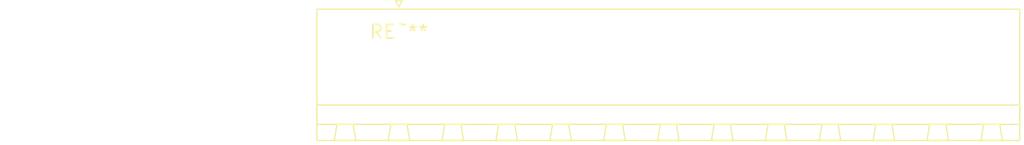
<source format=kicad_pcb>
(kicad_pcb (version 20240108) (generator pcbnew)
  (layers (0 "F.Cu" signal) (31 "B.Cu" signal) (34 "B.Paste" user) (35 "F.Paste" user) (36 "B.SilkS" user "B.Silkscreen") (37 "F.SilkS" user "F.Silkscreen") (38 "B.Mask" user) (39 "F.Mask" user) (44 "Edge.Cuts" user))
  (net 0 "")
  (footprint "PhoenixContact_MSTB_2,5_11-GF_1x11_P5.00mm_Horizontal_ThreadedFlange" (layer "F.Cu") (at 0 0)
    (property "Reference" "REF**")
    (property "Value" "PhoenixContact_MSTB_2,5_11-GF_1x11_P5.00mm_Horizontal_ThreadedFlange")
    (fp_line (start -7.61 -2.11) (end -7.61 10.11) (layer "F.SilkS") (stroke (width 0.12)))
    (fp_line (start -7.61 6.81) (end 57.61 6.81) (layer "F.SilkS") (stroke (width 0.12)))
    (fp_line (start -7.61 8.61) (end -7.61 6.81) (layer "F.SilkS") (stroke (width 0.12)))
    (fp_line (start -7.61 10.11) (end 57.61 10.11) (layer "F.SilkS") (stroke (width 0.12)))
    (fp_line (start -6 10.11) (end -4 10.11) (layer "F.SilkS") (stroke (width 0.12)))
    (fp_line (start -5.75 8.61) (end -6 10.11) (layer "F.SilkS") (stroke (width 0.12)))
    (fp_line (start -4.25 8.61) (end -5.75 8.61) (layer "F.SilkS") (stroke (width 0.12)))
    (fp_line (start -4 10.11) (end -4.25 8.61) (layer "F.SilkS") (stroke (width 0.12)))
    (fp_line (start -1 10.11) (end 1 10.11) (layer "F.SilkS") (stroke (width 0.12)))
    (fp_line (start -0.75 8.61) (end -1 10.11) (layer "F.SilkS") (stroke (width 0.12)))
    (fp_line (start -0.3 -2.91) (end 0.3 -2.91) (layer "F.SilkS") (stroke (width 0.12)))
    (fp_line (start 0 -2.31) (end -0.3 -2.91) (layer "F.SilkS") (stroke (width 0.12)))
    (fp_line (start 0.3 -2.91) (end 0 -2.31) (layer "F.SilkS") (stroke (width 0.12)))
    (fp_line (start 0.75 8.61) (end -0.75 8.61) (layer "F.SilkS") (stroke (width 0.12)))
    (fp_line (start 1 10.11) (end 0.75 8.61) (layer "F.SilkS") (stroke (width 0.12)))
    (fp_line (start 4 10.11) (end 6 10.11) (layer "F.SilkS") (stroke (width 0.12)))
    (fp_line (start 4.25 8.61) (end 4 10.11) (layer "F.SilkS") (stroke (width 0.12)))
    (fp_line (start 5.75 8.61) (end 4.25 8.61) (layer "F.SilkS") (stroke (width 0.12)))
    (fp_line (start 6 10.11) (end 5.75 8.61) (layer "F.SilkS") (stroke (width 0.12)))
    (fp_line (start 9 10.11) (end 11 10.11) (layer "F.SilkS") (stroke (width 0.12)))
    (fp_line (start 9.25 8.61) (end 9 10.11) (layer "F.SilkS") (stroke (width 0.12)))
    (fp_line (start 10.75 8.61) (end 9.25 8.61) (layer "F.SilkS") (stroke (width 0.12)))
    (fp_line (start 11 10.11) (end 10.75 8.61) (layer "F.SilkS") (stroke (width 0.12)))
    (fp_line (start 14 10.11) (end 16 10.11) (layer "F.SilkS") (stroke (width 0.12)))
    (fp_line (start 14.25 8.61) (end 14 10.11) (layer "F.SilkS") (stroke (width 0.12)))
    (fp_line (start 15.75 8.61) (end 14.25 8.61) (layer "F.SilkS") (stroke (width 0.12)))
    (fp_line (start 16 10.11) (end 15.75 8.61) (layer "F.SilkS") (stroke (width 0.12)))
    (fp_line (start 19 10.11) (end 21 10.11) (layer "F.SilkS") (stroke (width 0.12)))
    (fp_line (start 19.25 8.61) (end 19 10.11) (layer "F.SilkS") (stroke (width 0.12)))
    (fp_line (start 20.75 8.61) (end 19.25 8.61) (layer "F.SilkS") (stroke (width 0.12)))
    (fp_line (start 21 10.11) (end 20.75 8.61) (layer "F.SilkS") (stroke (width 0.12)))
    (fp_line (start 24 10.11) (end 26 10.11) (layer "F.SilkS") (stroke (width 0.12)))
    (fp_line (start 24.25 8.61) (end 24 10.11) (layer "F.SilkS") (stroke (width 0.12)))
    (fp_line (start 25.75 8.61) (end 24.25 8.61) (layer "F.SilkS") (stroke (width 0.12)))
    (fp_line (start 26 10.11) (end 25.75 8.61) (layer "F.SilkS") (stroke (width 0.12)))
    (fp_line (start 29 10.11) (end 31 10.11) (layer "F.SilkS") (stroke (width 0.12)))
    (fp_line (start 29.25 8.61) (end 29 10.11) (layer "F.SilkS") (stroke (width 0.12)))
    (fp_line (start 30.75 8.61) (end 29.25 8.61) (layer "F.SilkS") (stroke (width 0.12)))
    (fp_line (start 31 10.11) (end 30.75 8.61) (layer "F.SilkS") (stroke (width 0.12)))
    (fp_line (start 34 10.11) (end 36 10.11) (layer "F.SilkS") (stroke (width 0.12)))
    (fp_line (start 34.25 8.61) (end 34 10.11) (layer "F.SilkS") (stroke (width 0.12)))
    (fp_line (start 35.75 8.61) (end 34.25 8.61) (layer "F.SilkS") (stroke (width 0.12)))
    (fp_line (start 36 10.11) (end 35.75 8.61) (layer "F.SilkS") (stroke (width 0.12)))
    (fp_line (start 39 10.11) (end 41 10.11) (layer "F.SilkS") (stroke (width 0.12)))
    (fp_line (start 39.25 8.61) (end 39 10.11) (layer "F.SilkS") (stroke (width 0.12)))
    (fp_line (start 40.75 8.61) (end 39.25 8.61) (layer "F.SilkS") (stroke (width 0.12)))
    (fp_line (start 41 10.11) (end 40.75 8.61) (layer "F.SilkS") (stroke (width 0.12)))
    (fp_line (start 44 10.11) (end 46 10.11) (layer "F.SilkS") (stroke (width 0.12)))
    (fp_line (start 44.25 8.61) (end 44 10.11) (layer "F.SilkS") (stroke (width 0.12)))
    (fp_line (start 45.75 8.61) (end 44.25 8.61) (layer "F.SilkS") (stroke (width 0.12)))
    (fp_line (start 46 10.11) (end 45.75 8.61) (layer "F.SilkS") (stroke (width 0.12)))
    (fp_line (start 49 10.11) (end 51 10.11) (layer "F.SilkS") (stroke (width 0.12)))
    (fp_line (start 49.25 8.61) (end 49 10.11) (layer "F.SilkS") (stroke (width 0.12)))
    (fp_line (start 50.75 8.61) (end 49.25 8.61) (layer "F.SilkS") (stroke (width 0.12)))
    (fp_line (start 51 10.11) (end 50.75 8.61) (layer "F.SilkS") (stroke (width 0.12)))
    (fp_line (start 54 10.11) (end 56 10.11) (layer "F.SilkS") (stroke (width 0.12)))
    (fp_line (start 54.25 8.61) (end 54 10.11) (layer "F.SilkS") (stroke (width 0.12)))
    (fp_line (start 55.75 8.61) (end 54.25 8.61) (layer "F.SilkS") (stroke (width 0.12)))
    (fp_line (start 56 10.11) (end 55.75 8.61) (layer "F.SilkS") (stroke (width 0.12)))
    (fp_line (start 57.61 -2.11) (end -7.61 -2.11) (layer "F.SilkS") (stroke (width 0.12)))
    (fp_line (start 57.61 6.81) (end 57.61 8.61) (layer "F.SilkS") (stroke (width 0.12)))
    (fp_line (start 57.61 8.61) (end -7.61 8.61) (layer "F.SilkS") (stroke (width 0.12)))
    (fp_line (start 57.61 10.11) (end 57.61 -2.11) (layer "F.SilkS") (stroke (width 0.12)))
    (pad "1" thru_hole roundrect (at 0 0) (size 2 3.6) (drill 1.4) (layers *.Cu *.Mask) (remove_unused_layers) (roundrect_rratio 0.125))
    (pad "2" thru_hole oval (at 5 0) (size 2 3.6) (drill 1.4) (layers *.Cu *.Mask) (remove_unused_layers))
    (pad "3" thru_hole oval (at 10 0) (size 2 3.6) (drill 1.4) (layers *.Cu *.Mask) (remove_unused_layers))
    (pad "4" thru_hole oval (at 15 0) (size 2 3.6) (drill 1.4) (layers *.Cu *.Mask) (remove_unused_layers))
    (pad "5" thru_hole oval (at 20 0) (size 2 3.6) (drill 1.4) (layers *.Cu *.Mask) (remove_unused_layers))
    (pad "6" thru_hole oval (at 25 0) (size 2 3.6) (drill 1.4) (layers *.Cu *.Mask) (remove_unused_layers))
    (pad "7" thru_hole oval (at 30 0) (size 2 3.6) (drill 1.4) (layers *.Cu *.Mask) (remove_unused_layers))
    (pad "8" thru_hole oval (at 35 0) (size 2 3.6) (drill 1.4) (layers *.Cu *.Mask) (remove_unused_layers))
    (pad "9" thru_hole oval (at 40 0) (size 2 3.6) (drill 1.4) (layers *.Cu *.Mask) (remove_unused_layers))
    (pad "10" thru_hole oval (at 45 0) (size 2 3.6) (drill 1.4) (layers *.Cu *.Mask) (remove_unused_layers))
    (pad "11" thru_hole oval (at 50 0) (size 2 3.6) (drill 1.4) (layers *.Cu *.Mask) (remove_unused_layers))
  )
)
</source>
